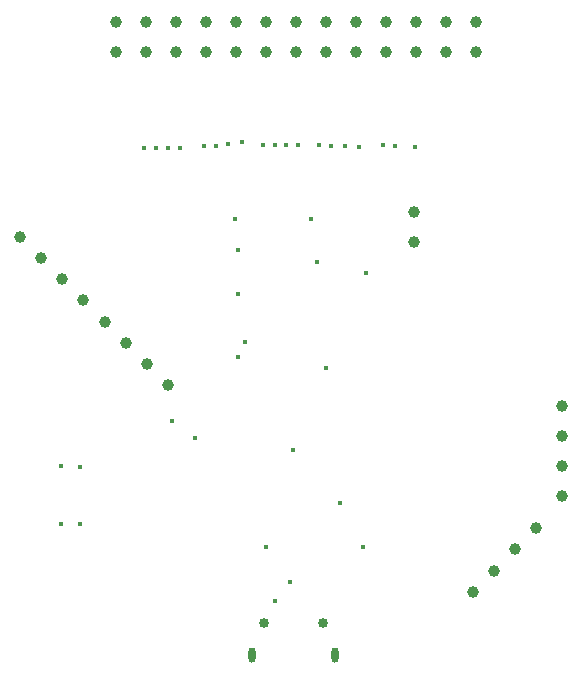
<source format=gbr>
%TF.GenerationSoftware,KiCad,Pcbnew,(6.0.10)*%
%TF.CreationDate,2023-01-11T14:45:33-05:00*%
%TF.ProjectId,cyton hat,6379746f-6e20-4686-9174-2e6b69636164,rev?*%
%TF.SameCoordinates,Original*%
%TF.FileFunction,Plated,1,4,PTH,Mixed*%
%TF.FilePolarity,Positive*%
%FSLAX46Y46*%
G04 Gerber Fmt 4.6, Leading zero omitted, Abs format (unit mm)*
G04 Created by KiCad (PCBNEW (6.0.10)) date 2023-01-11 14:45:33*
%MOMM*%
%LPD*%
G01*
G04 APERTURE LIST*
%TA.AperFunction,ViaDrill*%
%ADD10C,0.400000*%
%TD*%
G04 aperture for slot hole*
%TA.AperFunction,ComponentDrill*%
%ADD11O,0.600000X1.300000*%
%TD*%
%TA.AperFunction,ComponentDrill*%
%ADD12C,0.850000*%
%TD*%
%TA.AperFunction,ComponentDrill*%
%ADD13C,1.000000*%
%TD*%
G04 APERTURE END LIST*
D10*
X119989600Y-120065800D03*
X120015000Y-124968000D03*
X121589800Y-120192800D03*
X121589800Y-124993400D03*
X127003697Y-93167200D03*
X128003200Y-93167200D03*
X129070100Y-93103700D03*
X129387600Y-116281200D03*
X130086327Y-93130684D03*
X131368800Y-117703600D03*
X132096905Y-92986254D03*
X133096000Y-93014800D03*
X134094731Y-92842500D03*
X134747000Y-99136200D03*
X134950200Y-101803200D03*
X134950200Y-105486200D03*
X134975600Y-110845600D03*
X135275931Y-92594901D03*
X135534400Y-109601000D03*
X137083800Y-92862400D03*
X137388600Y-126898400D03*
X138081846Y-92916348D03*
X138150600Y-131495800D03*
X139081343Y-92913148D03*
X139420600Y-129870200D03*
X139674600Y-118745000D03*
X140080845Y-92913206D03*
X141198600Y-99136200D03*
X141706600Y-102819200D03*
X141851353Y-92913928D03*
X142392400Y-111785400D03*
X142849600Y-92964000D03*
X143573500Y-123202700D03*
X144030600Y-93015374D03*
X145237200Y-93065600D03*
X145542000Y-126898400D03*
X145821400Y-103733600D03*
X147243800Y-92913200D03*
X148259800Y-92964000D03*
X149923200Y-93027800D03*
D11*
%TO.C,CONN1*%
X136200000Y-136080300D03*
X143200000Y-136080300D03*
D12*
X137200000Y-133380300D03*
X142200000Y-133380300D03*
D13*
%TO.C,J2*%
X116500000Y-100650000D03*
X118296051Y-102446051D03*
X120092102Y-104242102D03*
X121888154Y-106038154D03*
X123684205Y-107834205D03*
%TO.C,J1*%
X124663200Y-82448400D03*
X124663200Y-84988400D03*
%TO.C,J2*%
X125480256Y-109630256D03*
%TO.C,J1*%
X127203200Y-82448400D03*
X127203200Y-84988400D03*
%TO.C,J2*%
X127276307Y-111426307D03*
X129072359Y-113222359D03*
%TO.C,J1*%
X129743200Y-82448400D03*
X129743200Y-84988400D03*
X132283200Y-82448400D03*
X132283200Y-84988400D03*
X134823200Y-82448400D03*
X134823200Y-84988400D03*
X137363200Y-82448400D03*
X137363200Y-84988400D03*
X139903200Y-82448400D03*
X139903200Y-84988400D03*
X142443200Y-82448400D03*
X142443200Y-84988400D03*
X144983200Y-82448400D03*
X144983200Y-84988400D03*
X147523200Y-82448400D03*
X147523200Y-84988400D03*
%TO.C,J4*%
X149910800Y-98602800D03*
X149910800Y-101142800D03*
%TO.C,J1*%
X150063200Y-82448400D03*
X150063200Y-84988400D03*
X152603200Y-82448400D03*
X152603200Y-84988400D03*
%TO.C,J3*%
X154860446Y-130711754D03*
%TO.C,J1*%
X155143200Y-82448400D03*
X155143200Y-84988400D03*
%TO.C,J3*%
X156656498Y-128915702D03*
X158452549Y-127119651D03*
X160248600Y-125323600D03*
%TO.C,J5*%
X162433000Y-114960400D03*
X162433000Y-117500400D03*
X162433000Y-120040400D03*
X162433000Y-122580400D03*
M02*

</source>
